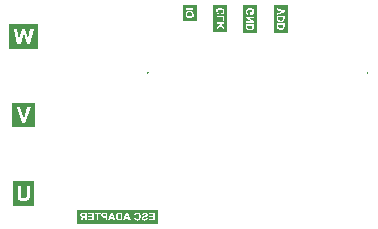
<source format=gbr>
%TF.GenerationSoftware,Altium Limited,Altium Designer,23.6.0 (18)*%
G04 Layer_Color=32896*
%FSLAX45Y45*%
%MOMM*%
%TF.SameCoordinates,E8FE7F88-156A-4670-BA50-05D3EA163389*%
%TF.FilePolarity,Positive*%
%TF.FileFunction,Legend,Bot*%
%TF.Part,Single*%
G01*
G75*
%TA.AperFunction,NonConductor*%
%ADD20C,0.20000*%
G36*
X940000Y1580000D02*
X691869D01*
Y1788135D01*
X940000D01*
Y1580000D01*
D02*
G37*
G36*
X915651Y1123135D02*
Y915000D01*
X716219D01*
Y1123135D01*
X915651D01*
D02*
G37*
G36*
X907040Y460542D02*
Y250000D01*
X724829D01*
Y460542D01*
X907040D01*
D02*
G37*
G36*
X1950000Y100000D02*
X1265506D01*
Y217183D01*
X1950000D01*
Y100000D01*
D02*
G37*
G36*
X2280000Y1814533D02*
X2162978D01*
Y1950000D01*
X2280000D01*
Y1814533D01*
D02*
G37*
G36*
X2790000Y1709272D02*
X2672978D01*
Y1950000D01*
X2790000D01*
Y1709272D01*
D02*
G37*
G36*
X2540000Y1719951D02*
X2423048D01*
Y1950000D01*
X2540000D01*
Y1719951D01*
D02*
G37*
G36*
X3050000Y1714889D02*
X2935197D01*
Y1950000D01*
X3050000D01*
Y1714889D01*
D02*
G37*
%LPC*%
G36*
X900000Y1748135D02*
X731869D01*
X762792Y1620000D01*
X790752D01*
X815935Y1715731D01*
X841488Y1620000D01*
X869633D01*
X900000Y1748135D01*
D02*
G37*
%LPD*%
G36*
X854264Y1659996D02*
X830933Y1748135D01*
X873521D01*
X854264Y1659996D01*
D02*
G37*
G36*
X777605Y1658514D02*
X757978Y1748135D01*
X799825D01*
X777605Y1658514D01*
D02*
G37*
%LPC*%
G36*
X875651Y1083135D02*
X788067D01*
X847691D01*
X815101Y988330D01*
X783808Y1083135D01*
X756219D01*
X801770Y955000D01*
X875651D01*
X829730D01*
X875651Y1083135D01*
D02*
G37*
G36*
X867040Y420542D02*
X764829D01*
Y290000D01*
Y347401D01*
X765014Y345179D01*
Y342772D01*
Y340365D01*
X765384Y334995D01*
X765755Y329440D01*
X765940Y327033D01*
X766310Y324626D01*
X766680Y322404D01*
X767051Y320367D01*
Y320182D01*
X767236Y319997D01*
Y319441D01*
X767421Y318886D01*
X767977Y317034D01*
X768717Y314812D01*
X769828Y312220D01*
X771124Y309628D01*
X772791Y306850D01*
X774828Y304258D01*
X775013Y303887D01*
X775754Y303147D01*
X777050Y302036D01*
X778716Y300554D01*
X780938Y298888D01*
X783531Y297221D01*
X786493Y295370D01*
X789826Y293888D01*
X790011D01*
X790197Y293703D01*
X790752Y293518D01*
X791493Y293333D01*
X792419Y292963D01*
X793530Y292592D01*
X795011Y292222D01*
X796492Y292037D01*
X800010Y291296D01*
X804269Y290555D01*
X809083Y290185D01*
X814453Y290000D01*
X817416D01*
X819082Y290185D01*
X820749D01*
X822786Y290370D01*
X824823Y290555D01*
X829267Y290926D01*
X833896Y291666D01*
X838525Y292777D01*
X840562Y293333D01*
X842413Y294074D01*
X842599D01*
X842784Y294259D01*
X843895Y294814D01*
X845746Y295740D01*
X847783Y297036D01*
X850190Y298703D01*
X852783Y300554D01*
X855190Y302776D01*
X857412Y305184D01*
X857597Y305554D01*
X858338Y306295D01*
X859263Y307776D01*
X860374Y309628D01*
X861485Y311664D01*
X862782Y314072D01*
X863707Y316664D01*
X864633Y319441D01*
Y319626D01*
X864818Y319997D01*
Y320552D01*
X865004Y321478D01*
X865189Y322589D01*
X865374Y324070D01*
X865559Y325737D01*
X865744Y327589D01*
X866115Y329811D01*
X866300Y332218D01*
X866485Y334810D01*
X866670Y337773D01*
X866855Y340921D01*
Y344439D01*
X867040Y348142D01*
Y313146D01*
Y348142D01*
Y420542D01*
D02*
G37*
%LPD*%
G36*
X841117Y350920D02*
Y350734D01*
Y350179D01*
Y349438D01*
Y348327D01*
Y346846D01*
Y345365D01*
X840932Y342032D01*
Y338328D01*
X840747Y334810D01*
X840562Y333144D01*
Y331662D01*
X840377Y330551D01*
X840191Y329440D01*
Y329070D01*
X839821Y328144D01*
X839266Y326663D01*
X838525Y324811D01*
X837599Y322774D01*
X836118Y320737D01*
X834451Y318515D01*
X832414Y316664D01*
X832044Y316479D01*
X831303Y315923D01*
X829822Y315183D01*
X827970Y314442D01*
X825378Y313516D01*
X822415Y312775D01*
X819082Y312220D01*
X815194Y312035D01*
X813342D01*
X811491Y312220D01*
X809083Y312590D01*
X806306Y313146D01*
X803714Y313886D01*
X800936Y314997D01*
X798714Y316479D01*
X798529Y316664D01*
X797788Y317219D01*
X796863Y318145D01*
X795752Y319441D01*
X794641Y321108D01*
X793530Y322959D01*
X792604Y324996D01*
X792048Y327403D01*
Y327774D01*
X791863Y328700D01*
X791678Y330366D01*
X791308Y332588D01*
Y334069D01*
X791122Y335736D01*
Y337588D01*
X790937Y339439D01*
Y341661D01*
X790752Y344068D01*
Y346661D01*
Y349438D01*
Y420542D01*
X841117D01*
Y350920D01*
D02*
G37*
%LPC*%
G36*
X1522324Y190582D02*
X1498748D01*
X1497731Y190489D01*
X1495327D01*
X1492738Y190304D01*
X1490149Y190119D01*
X1489040Y190027D01*
X1487930Y189934D01*
X1487006Y189749D01*
X1486266Y189565D01*
X1486174D01*
X1485989Y189472D01*
X1485711Y189380D01*
X1485341Y189287D01*
X1484324Y188825D01*
X1483030Y188270D01*
X1481643Y187438D01*
X1480071Y186329D01*
X1478592Y184942D01*
X1477113Y183278D01*
Y183185D01*
X1476928Y183093D01*
X1476743Y182815D01*
X1476558Y182445D01*
X1476188Y181891D01*
X1475911Y181336D01*
X1475541Y180689D01*
X1475171Y179949D01*
X1474524Y178100D01*
X1473877Y176066D01*
X1473507Y173570D01*
X1473322Y170888D01*
Y171258D01*
Y169871D01*
X1473415Y169409D01*
Y168762D01*
X1473600Y167468D01*
X1473877Y165896D01*
X1474247Y164139D01*
X1474801Y162475D01*
X1475541Y160903D01*
X1475634Y160718D01*
X1475911Y160256D01*
X1476373Y159516D01*
X1477020Y158592D01*
X1477760Y157667D01*
X1478777Y156558D01*
X1479794Y155541D01*
X1480996Y154616D01*
X1481181Y154524D01*
X1481551Y154246D01*
X1482198Y153877D01*
X1483030Y153414D01*
X1484047Y152859D01*
X1485157Y152397D01*
X1486358Y151935D01*
X1487653Y151565D01*
X1487838D01*
X1488115Y151473D01*
X1488485D01*
X1488947Y151380D01*
X1489594Y151288D01*
X1490242Y151195D01*
X1491074D01*
X1491906Y151103D01*
X1492923Y151010D01*
X1494032Y150918D01*
X1495234Y150825D01*
X1496529D01*
X1497915Y150733D01*
X1509380D01*
Y126602D01*
X1473322D01*
D01*
X1522324D01*
Y190582D01*
D02*
G37*
G36*
X1842684Y191783D02*
X1841574D01*
X1840742Y191691D01*
X1839725Y191599D01*
X1838523Y191506D01*
X1837321Y191321D01*
X1835935Y191136D01*
X1832976Y190489D01*
X1831497Y190027D01*
X1830017Y189565D01*
X1828538Y188917D01*
X1827151Y188178D01*
X1825857Y187346D01*
X1824655Y186421D01*
X1824563Y186329D01*
X1824378Y186144D01*
X1824100Y185866D01*
X1823730Y185496D01*
X1823268Y184942D01*
X1822713Y184295D01*
X1822159Y183555D01*
X1821511Y182723D01*
X1820957Y181706D01*
X1820402Y180689D01*
X1819847Y179487D01*
X1819385Y178192D01*
X1818923Y176898D01*
X1818553Y175419D01*
X1818276Y173939D01*
X1818183Y172275D01*
X1831127Y171813D01*
Y171905D01*
Y171998D01*
X1831312Y172645D01*
X1831497Y173477D01*
X1831867Y174494D01*
X1832329Y175696D01*
X1832976Y176806D01*
X1833808Y177915D01*
X1834733Y178840D01*
X1834825Y178932D01*
X1835195Y179209D01*
X1835842Y179579D01*
X1836767Y179949D01*
X1837876Y180319D01*
X1839263Y180689D01*
X1840927Y180966D01*
X1842869Y181059D01*
X1843793D01*
X1844810Y180966D01*
X1846012Y180781D01*
X1847399Y180504D01*
X1848878Y180042D01*
X1850265Y179487D01*
X1851560Y178655D01*
X1851652Y178562D01*
X1851837Y178377D01*
X1852207Y178100D01*
X1852577Y177638D01*
X1852947Y177083D01*
X1853316Y176343D01*
X1853501Y175604D01*
X1853594Y174679D01*
Y174587D01*
Y174309D01*
X1853501Y173847D01*
X1853316Y173385D01*
X1853131Y172738D01*
X1852854Y172090D01*
X1852392Y171443D01*
X1851745Y170796D01*
X1851652Y170703D01*
X1851190Y170426D01*
X1850912Y170241D01*
X1850450Y170056D01*
X1849988Y169779D01*
X1849341Y169502D01*
X1848601Y169224D01*
X1847769Y168854D01*
X1846752Y168485D01*
X1845735Y168115D01*
X1844441Y167745D01*
X1843054Y167375D01*
X1841574Y167005D01*
X1839910Y166543D01*
X1839818D01*
X1839448Y166451D01*
X1838986Y166358D01*
X1838338Y166173D01*
X1837599Y165988D01*
X1836674Y165711D01*
X1835657Y165434D01*
X1834640Y165156D01*
X1832421Y164416D01*
X1830110Y163677D01*
X1827891Y162845D01*
X1826966Y162382D01*
X1826042Y161920D01*
X1825949D01*
X1825857Y161828D01*
X1825302Y161458D01*
X1824470Y160903D01*
X1823453Y160164D01*
X1822344Y159239D01*
X1821142Y158129D01*
X1819940Y156835D01*
X1818923Y155356D01*
X1818830Y155171D01*
X1818553Y154616D01*
X1818091Y153784D01*
X1817628Y152582D01*
X1817166Y151103D01*
X1816704Y149346D01*
X1816426Y147405D01*
X1816334Y145186D01*
D01*
Y125400D01*
X1868387D01*
X1843239D01*
X1844071Y125493D01*
X1845088Y125585D01*
X1846197Y125677D01*
X1847492Y125862D01*
X1848878Y126140D01*
X1851929Y126787D01*
X1853501Y127249D01*
X1854981Y127711D01*
X1856552Y128359D01*
X1858032Y129098D01*
X1859418Y129930D01*
X1860713Y130947D01*
X1860805Y131040D01*
X1860990Y131225D01*
X1861360Y131502D01*
X1861730Y131964D01*
X1862285Y132612D01*
X1862839Y133351D01*
X1863486Y134183D01*
X1864134Y135108D01*
X1864781Y136217D01*
X1865428Y137419D01*
X1866075Y138806D01*
X1866722Y140285D01*
X1867185Y141857D01*
X1867739Y143614D01*
X1868109Y145463D01*
X1868387Y147405D01*
X1855813Y148607D01*
Y148514D01*
X1855720Y148329D01*
Y147959D01*
X1855628Y147589D01*
X1855258Y146480D01*
X1854796Y145093D01*
X1854241Y143521D01*
X1853409Y141950D01*
X1852484Y140563D01*
X1851282Y139268D01*
X1851097Y139176D01*
X1850635Y138806D01*
X1849895Y138344D01*
X1848786Y137789D01*
X1847399Y137234D01*
X1845827Y136772D01*
X1843978Y136402D01*
X1841852Y136310D01*
X1840835D01*
X1839725Y136495D01*
X1838338Y136680D01*
X1836859Y136957D01*
X1835287Y137419D01*
X1833808Y138067D01*
X1832514Y138899D01*
X1832329Y138991D01*
X1831959Y139361D01*
X1831497Y139916D01*
X1830850Y140655D01*
X1830295Y141580D01*
X1829740Y142689D01*
X1829370Y143799D01*
X1829278Y145093D01*
Y145186D01*
Y145463D01*
X1829370Y145925D01*
X1829463Y146480D01*
X1829648Y147035D01*
X1829833Y147682D01*
X1830202Y148329D01*
X1830665Y148976D01*
X1830757Y149069D01*
X1830942Y149254D01*
X1831219Y149531D01*
X1831682Y149901D01*
X1832329Y150363D01*
X1833161Y150825D01*
X1834085Y151288D01*
X1835287Y151750D01*
X1835380D01*
X1835750Y151935D01*
X1836397Y152120D01*
X1836859Y152305D01*
X1837414Y152397D01*
X1838061Y152582D01*
X1838801Y152859D01*
X1839633Y153044D01*
X1840557Y153322D01*
X1841667Y153599D01*
X1842869Y153877D01*
X1844163Y154246D01*
X1845642Y154616D01*
X1845735D01*
X1846105Y154709D01*
X1846660Y154894D01*
X1847307Y155078D01*
X1848139Y155356D01*
X1849156Y155633D01*
X1850173Y156003D01*
X1851375Y156373D01*
X1853779Y157297D01*
X1856090Y158407D01*
X1857292Y158962D01*
X1858309Y159609D01*
X1859326Y160256D01*
X1860158Y160903D01*
X1860251Y160996D01*
X1860435Y161181D01*
X1860713Y161458D01*
X1861083Y161828D01*
X1861545Y162382D01*
X1862007Y163030D01*
X1862562Y163677D01*
X1863024Y164509D01*
X1864134Y166451D01*
X1865058Y168669D01*
X1865428Y169871D01*
X1865705Y171073D01*
X1865890Y172460D01*
X1865983Y173847D01*
Y173939D01*
Y174032D01*
Y174309D01*
Y174679D01*
X1865798Y175604D01*
X1865613Y176806D01*
X1865336Y178192D01*
X1864873Y179764D01*
X1864226Y181428D01*
X1863302Y183000D01*
Y183093D01*
X1863209Y183185D01*
X1862747Y183740D01*
X1862192Y184479D01*
X1861268Y185404D01*
X1860158Y186421D01*
X1858771Y187530D01*
X1857199Y188548D01*
X1855350Y189472D01*
X1855258D01*
X1855073Y189565D01*
X1854796Y189657D01*
X1854426Y189842D01*
X1853871Y190027D01*
X1853316Y190212D01*
X1852577Y190397D01*
X1851745Y190674D01*
X1849895Y191044D01*
X1847769Y191414D01*
X1845365Y191691D01*
X1842684Y191783D01*
D02*
G37*
G36*
X1924600Y190582D02*
X1875968D01*
X1877170D01*
Y179764D01*
X1911656D01*
Y165618D01*
X1879574D01*
Y154801D01*
X1911656D01*
Y137419D01*
X1875968D01*
Y137512D01*
Y126602D01*
X1924600D01*
Y190582D01*
D02*
G37*
G36*
X1408048D02*
X1360618D01*
Y179764D01*
X1395104D01*
Y165618D01*
X1363022D01*
Y154801D01*
X1395104D01*
Y137419D01*
X1359416D01*
D01*
D01*
Y126602D01*
X1408048D01*
Y190582D01*
D02*
G37*
G36*
X1807643Y191783D02*
X1751985D01*
X1776670D01*
X1775838Y191691D01*
X1774821Y191599D01*
X1773712Y191414D01*
X1772417Y191229D01*
X1771030Y190951D01*
X1769551Y190582D01*
X1767979Y190119D01*
X1766408Y189565D01*
X1764743Y188825D01*
X1763172Y188085D01*
X1761692Y187161D01*
X1760121Y186051D01*
X1758734Y184849D01*
X1758641D01*
X1758549Y184664D01*
X1758272Y184387D01*
X1757994Y184110D01*
X1757624Y183647D01*
X1757255Y183093D01*
X1756238Y181798D01*
X1755221Y180134D01*
X1754111Y178100D01*
X1753094Y175789D01*
X1752169Y173107D01*
X1764928Y170056D01*
Y170149D01*
X1765021Y170241D01*
Y170519D01*
X1765206Y170888D01*
X1765483Y171721D01*
X1765945Y172830D01*
X1766593Y174124D01*
X1767425Y175419D01*
X1768534Y176713D01*
X1769736Y177823D01*
X1769921Y177915D01*
X1770383Y178285D01*
X1771123Y178747D01*
X1772140Y179302D01*
X1773434Y179857D01*
X1774914Y180319D01*
X1776578Y180689D01*
X1778427Y180781D01*
X1779074D01*
X1779629Y180689D01*
X1780184Y180596D01*
X1780923Y180504D01*
X1782495Y180134D01*
X1784344Y179487D01*
X1786286Y178562D01*
X1787303Y178008D01*
X1788227Y177360D01*
X1789152Y176528D01*
X1789984Y175604D01*
Y175511D01*
X1790169Y175326D01*
X1790354Y175049D01*
X1790631Y174587D01*
X1791001Y174032D01*
X1791371Y173385D01*
X1791741Y172553D01*
X1792110Y171628D01*
X1792573Y170519D01*
X1792943Y169317D01*
X1793312Y167930D01*
X1793682Y166451D01*
X1793960Y164786D01*
X1794144Y163030D01*
X1794237Y161088D01*
X1794329Y158962D01*
Y158869D01*
Y158407D01*
Y157760D01*
X1794237Y157020D01*
Y156003D01*
X1794052Y154801D01*
X1793960Y153599D01*
X1793775Y152212D01*
X1793220Y149346D01*
X1792480Y146480D01*
X1792018Y145093D01*
X1791371Y143799D01*
X1790724Y142597D01*
X1789984Y141580D01*
X1789892Y141487D01*
X1789799Y141395D01*
X1789522Y141118D01*
X1789152Y140748D01*
X1788227Y140008D01*
X1786933Y139084D01*
X1785361Y138067D01*
X1783420Y137327D01*
X1781201Y136680D01*
X1779999Y136587D01*
X1778704Y136495D01*
X1778242D01*
X1777872Y136587D01*
X1776855Y136680D01*
X1775653Y136865D01*
X1774359Y137327D01*
X1772880Y137882D01*
X1771400Y138621D01*
X1769921Y139731D01*
X1769736Y139916D01*
X1769274Y140378D01*
X1768627Y141118D01*
X1767887Y142227D01*
X1766962Y143706D01*
X1766130Y145463D01*
X1765298Y147589D01*
X1764559Y150086D01*
X1751985Y146203D01*
Y146110D01*
X1752077Y145740D01*
X1752262Y145186D01*
X1752539Y144446D01*
X1752909Y143614D01*
X1753279Y142597D01*
X1753741Y141487D01*
X1754296Y140285D01*
X1755590Y137789D01*
X1757255Y135200D01*
X1759289Y132704D01*
X1760398Y131595D01*
X1761600Y130578D01*
X1761692Y130485D01*
X1761877Y130393D01*
X1762247Y130115D01*
X1762802Y129745D01*
X1763449Y129376D01*
X1764281Y129006D01*
X1765206Y128544D01*
X1766223Y128081D01*
X1767425Y127527D01*
X1768719Y127064D01*
X1770106Y126694D01*
X1771585Y126325D01*
X1773157Y125955D01*
X1774914Y125677D01*
X1776670Y125585D01*
X1778612Y125493D01*
X1751985D01*
X1807643D01*
X1779167D01*
X1779814Y125585D01*
X1780738Y125677D01*
X1781755Y125770D01*
X1783050Y125955D01*
X1784437Y126232D01*
X1786008Y126602D01*
X1787580Y127064D01*
X1789244Y127619D01*
X1791001Y128359D01*
X1792758Y129191D01*
X1794514Y130115D01*
X1796271Y131317D01*
X1797935Y132612D01*
X1799507Y134183D01*
X1799599Y134276D01*
X1799877Y134553D01*
X1800247Y135108D01*
X1800801Y135755D01*
X1801356Y136680D01*
X1802096Y137697D01*
X1802835Y138991D01*
X1803575Y140470D01*
X1804315Y142042D01*
X1805054Y143799D01*
X1805794Y145833D01*
X1806349Y147959D01*
X1806903Y150178D01*
X1807273Y152675D01*
X1807551Y155263D01*
X1807643Y158037D01*
Y158777D01*
X1807551Y159609D01*
Y160718D01*
X1807366Y162013D01*
X1807181Y163584D01*
X1806996Y165249D01*
X1806626Y167190D01*
X1806164Y169132D01*
X1805609Y171166D01*
X1804962Y173200D01*
X1804130Y175326D01*
X1803205Y177360D01*
X1802096Y179302D01*
X1800894Y181151D01*
X1799414Y182908D01*
X1799322Y183000D01*
X1799045Y183278D01*
X1798582Y183740D01*
X1797935Y184295D01*
X1797103Y184942D01*
X1796086Y185681D01*
X1794977Y186513D01*
X1793590Y187346D01*
X1792110Y188178D01*
X1790539Y189010D01*
X1788690Y189749D01*
X1786840Y190397D01*
X1784714Y190951D01*
X1782587Y191414D01*
X1780184Y191691D01*
X1777780Y191783D01*
X1807643D01*
D02*
G37*
G36*
X1722491Y190582D02*
X1658327D01*
X1684029D01*
X1658327Y126602D01*
X1672287D01*
X1677835Y141118D01*
X1703538D01*
X1708808Y126602D01*
X1701897D01*
X1722491D01*
X1697713Y190582D01*
X1722491D01*
D02*
G37*
G36*
X1651392D02*
X1625875D01*
X1625135Y190489D01*
X1623378Y190397D01*
X1621437Y190304D01*
X1619403Y190027D01*
X1617461Y189749D01*
X1615704Y189287D01*
X1615612D01*
X1615427Y189195D01*
X1615150Y189102D01*
X1614780Y189010D01*
X1613670Y188548D01*
X1612376Y187900D01*
X1610897Y187068D01*
X1609232Y186051D01*
X1607661Y184849D01*
X1606089Y183370D01*
X1605997D01*
X1605904Y183185D01*
X1605442Y182630D01*
X1604702Y181706D01*
X1603870Y180504D01*
X1602853Y179025D01*
X1601836Y177268D01*
X1600819Y175234D01*
X1599987Y173015D01*
Y172922D01*
X1599894Y172738D01*
X1599802Y172368D01*
X1599617Y171905D01*
X1599525Y171351D01*
X1599340Y170611D01*
X1599155Y169779D01*
X1598877Y168854D01*
X1598693Y167837D01*
X1598508Y166635D01*
X1598323Y165434D01*
X1598230Y164047D01*
X1597953Y161181D01*
X1597860Y157945D01*
Y156650D01*
X1597953Y155911D01*
Y155171D01*
X1598045Y154246D01*
X1598138Y153229D01*
X1598323Y151103D01*
X1598693Y148884D01*
X1599247Y146572D01*
X1599894Y144354D01*
Y144261D01*
X1599987Y144076D01*
X1600172Y143706D01*
X1600357Y143152D01*
X1600542Y142597D01*
X1600911Y141950D01*
X1601651Y140285D01*
X1602576Y138529D01*
X1603778Y136587D01*
X1605164Y134738D01*
X1606736Y132981D01*
X1606921Y132797D01*
X1607383Y132427D01*
X1608123Y131872D01*
X1609140Y131132D01*
X1610434Y130300D01*
X1611914Y129468D01*
X1613763Y128636D01*
X1615797Y127896D01*
X1615889D01*
X1615982Y127804D01*
X1616259D01*
X1616537Y127711D01*
X1617554Y127527D01*
X1618848Y127249D01*
X1620420Y126972D01*
X1622361Y126787D01*
X1624673Y126694D01*
X1627169Y126602D01*
X1597860D01*
X1651392D01*
Y190582D01*
D02*
G37*
G36*
X1593423D02*
X1529258D01*
X1554961D01*
X1529258Y126602D01*
X1543219D01*
X1548766Y141118D01*
X1574469D01*
X1579739Y126602D01*
X1572828D01*
X1593423D01*
X1568644Y190582D01*
X1593423D01*
D02*
G37*
G36*
X1467220D02*
X1416462D01*
Y179764D01*
X1435323D01*
Y126602D01*
X1467220D01*
Y190582D01*
D02*
G37*
G36*
X1348414D02*
X1290906D01*
X1319568D01*
X1318736Y190489D01*
X1317719D01*
X1316702Y190397D01*
X1315500D01*
X1313096Y190119D01*
X1310600Y189842D01*
X1308288Y189380D01*
X1307271Y189102D01*
X1306347Y188825D01*
X1306254D01*
X1306162Y188732D01*
X1305607Y188455D01*
X1304775Y187993D01*
X1303665Y187438D01*
X1302463Y186513D01*
X1301262Y185496D01*
X1300060Y184202D01*
X1298950Y182630D01*
Y182538D01*
X1298858Y182445D01*
X1298673Y182168D01*
X1298488Y181891D01*
X1298026Y180966D01*
X1297471Y179764D01*
X1297009Y178285D01*
X1296546Y176621D01*
X1296176Y174679D01*
X1296084Y172645D01*
Y172553D01*
Y172368D01*
Y171905D01*
X1296176Y171443D01*
Y170796D01*
X1296269Y170149D01*
X1296639Y168485D01*
X1297101Y166543D01*
X1297841Y164601D01*
X1298950Y162567D01*
X1299597Y161643D01*
X1300337Y160718D01*
X1300429Y160626D01*
X1300522Y160533D01*
X1300799Y160256D01*
X1301169Y159979D01*
X1301539Y159609D01*
X1302094Y159146D01*
X1302741Y158684D01*
X1303481Y158222D01*
X1304313Y157667D01*
X1305330Y157205D01*
X1306347Y156743D01*
X1307456Y156280D01*
X1308750Y155818D01*
X1310045Y155448D01*
X1311432Y155078D01*
X1313003Y154801D01*
X1312911D01*
X1312819Y154709D01*
X1312264Y154339D01*
X1311524Y153877D01*
X1310600Y153229D01*
X1309490Y152397D01*
X1308381Y151565D01*
X1307179Y150548D01*
X1306162Y149439D01*
X1306069Y149346D01*
X1305607Y148884D01*
X1305052Y148144D01*
X1304220Y147035D01*
X1303111Y145648D01*
X1302556Y144723D01*
X1301909Y143799D01*
X1301169Y142782D01*
X1300429Y141672D01*
X1299597Y140378D01*
X1298765Y139084D01*
X1290906Y126602D01*
X1306439D01*
X1315685Y140470D01*
X1315777Y140563D01*
X1315870Y140840D01*
X1316147Y141210D01*
X1316517Y141672D01*
X1316887Y142227D01*
X1317349Y142967D01*
X1318366Y144446D01*
X1319568Y146110D01*
X1320677Y147589D01*
X1321694Y148976D01*
X1322157Y149439D01*
X1322526Y149901D01*
X1322619Y149993D01*
X1322804Y150178D01*
X1323174Y150548D01*
X1323636Y151010D01*
X1324283Y151380D01*
X1324930Y151842D01*
X1325670Y152212D01*
X1326410Y152582D01*
X1326502D01*
X1326779Y152675D01*
X1327242Y152859D01*
X1327981Y152952D01*
X1328906Y153137D01*
X1330015Y153229D01*
X1331310Y153322D01*
X1335470D01*
Y126602D01*
X1317144D01*
X1348414D01*
Y190582D01*
D02*
G37*
%LPD*%
G36*
X1509380Y161550D02*
X1500504D01*
X1499857Y161643D01*
X1498193D01*
X1496529Y161735D01*
X1494864Y161920D01*
X1493385Y162198D01*
X1492738Y162290D01*
X1492183Y162475D01*
X1492091Y162567D01*
X1491721Y162660D01*
X1491259Y162937D01*
X1490704Y163215D01*
X1490057Y163677D01*
X1489410Y164232D01*
X1488670Y164879D01*
X1488115Y165618D01*
X1488023Y165711D01*
X1487838Y165988D01*
X1487653Y166451D01*
X1487375Y167098D01*
X1487098Y167837D01*
X1486821Y168669D01*
X1486728Y169594D01*
X1486636Y170611D01*
Y170796D01*
Y171166D01*
X1486728Y171813D01*
X1486913Y172645D01*
X1487191Y173570D01*
X1487560Y174587D01*
X1488023Y175511D01*
X1488762Y176436D01*
X1488855Y176528D01*
X1489132Y176806D01*
X1489594Y177175D01*
X1490149Y177638D01*
X1490889Y178192D01*
X1491813Y178655D01*
X1492830Y179025D01*
X1493940Y179302D01*
X1494032D01*
X1494402Y179394D01*
X1495049Y179487D01*
X1495974Y179579D01*
X1497176D01*
X1498008Y179672D01*
X1498840D01*
X1499765Y179764D01*
X1509380D01*
Y161550D01*
D02*
G37*
G36*
X1816426Y143799D02*
X1816519Y143152D01*
X1816704Y141857D01*
X1817074Y140193D01*
X1817628Y138436D01*
X1818460Y136680D01*
X1819477Y134831D01*
Y134738D01*
X1819662Y134646D01*
X1820032Y134091D01*
X1820772Y133166D01*
X1821696Y132149D01*
X1822898Y130947D01*
X1824470Y129838D01*
X1826134Y128728D01*
X1828168Y127711D01*
X1828261D01*
X1828446Y127619D01*
X1828723Y127527D01*
X1829185Y127342D01*
X1829740Y127157D01*
X1830387Y126972D01*
X1831127Y126787D01*
X1831959Y126602D01*
X1832976Y126325D01*
X1833993Y126140D01*
X1836397Y125770D01*
X1839078Y125493D01*
X1842037Y125400D01*
X1816334D01*
Y144261D01*
X1816426Y143799D01*
D02*
G37*
G36*
X1699654Y151935D02*
X1681995D01*
X1690964Y175696D01*
X1699654Y151935D01*
D02*
G37*
G36*
X1638449Y137419D02*
X1627077D01*
X1625875Y137512D01*
X1624580D01*
X1623286Y137697D01*
X1622084Y137789D01*
X1621067Y137974D01*
X1620882D01*
X1620512Y138159D01*
X1619957Y138344D01*
X1619218Y138621D01*
X1618386Y138991D01*
X1617554Y139453D01*
X1616721Y140008D01*
X1615889Y140655D01*
X1615797Y140748D01*
X1615520Y141025D01*
X1615150Y141487D01*
X1614687Y142135D01*
X1614225Y142967D01*
X1613578Y143984D01*
X1613116Y145278D01*
X1612561Y146757D01*
Y146850D01*
X1612468Y146942D01*
Y147220D01*
X1612376Y147589D01*
X1612191Y147959D01*
X1612099Y148514D01*
X1611821Y149901D01*
X1611636Y151565D01*
X1611359Y153507D01*
X1611267Y155911D01*
X1611174Y158499D01*
Y158592D01*
Y158869D01*
Y159239D01*
Y159701D01*
Y160348D01*
X1611267Y161088D01*
X1611359Y162660D01*
X1611544Y164509D01*
X1611729Y166451D01*
X1612099Y168207D01*
X1612561Y169871D01*
Y169964D01*
X1612653Y170056D01*
X1612838Y170519D01*
X1613116Y171258D01*
X1613485Y172183D01*
X1614040Y173107D01*
X1614687Y174124D01*
X1615427Y175141D01*
X1616259Y176066D01*
X1616352Y176158D01*
X1616629Y176436D01*
X1617184Y176806D01*
X1617831Y177268D01*
X1618755Y177823D01*
X1619772Y178285D01*
X1620882Y178747D01*
X1622176Y179117D01*
X1622269D01*
X1622731Y179209D01*
X1623471Y179302D01*
X1624488Y179487D01*
X1625135D01*
X1625967Y179579D01*
X1626799D01*
X1627724Y179672D01*
X1628833D01*
X1630035Y179764D01*
X1638449D01*
Y137419D01*
D02*
G37*
G36*
X1570586Y151935D02*
X1552927D01*
X1561895Y175696D01*
X1570586Y151935D01*
D02*
G37*
G36*
X1467220Y126602D02*
X1448267D01*
Y179764D01*
X1467220D01*
Y126602D01*
D02*
G37*
G36*
X1335470Y163492D02*
X1322896D01*
X1321047Y163584D01*
X1319106Y163677D01*
X1317164Y163769D01*
X1316332Y163862D01*
X1315592Y163954D01*
X1314853Y164139D01*
X1314390Y164232D01*
X1314298D01*
X1314020Y164416D01*
X1313558Y164601D01*
X1313096Y164879D01*
X1311894Y165711D01*
X1311339Y166266D01*
X1310785Y166913D01*
X1310692Y167005D01*
X1310600Y167283D01*
X1310322Y167652D01*
X1310045Y168207D01*
X1309860Y168947D01*
X1309583Y169779D01*
X1309490Y170703D01*
X1309398Y171721D01*
Y171905D01*
Y172275D01*
X1309490Y172830D01*
X1309583Y173570D01*
X1309860Y174402D01*
X1310137Y175234D01*
X1310600Y176158D01*
X1311154Y176898D01*
X1311247Y176991D01*
X1311432Y177268D01*
X1311894Y177545D01*
X1312449Y178008D01*
X1313096Y178470D01*
X1313928Y178840D01*
X1314945Y179209D01*
X1316055Y179487D01*
X1316147D01*
X1316424Y179579D01*
X1316979D01*
X1317811Y179672D01*
X1319845D01*
X1320677Y179764D01*
X1335470D01*
Y163492D01*
D02*
G37*
%LPC*%
G36*
X2253421Y1924600D02*
X2189419D01*
Y1911702D01*
X2253421D01*
Y1924600D01*
D02*
G37*
G36*
X2254600Y1901994D02*
X2188378D01*
X2220969D01*
X2220276Y1901925D01*
X2219444D01*
X2218473Y1901856D01*
X2217433Y1901717D01*
X2216185Y1901648D01*
X2214936Y1901440D01*
X2213619Y1901301D01*
X2210845Y1900746D01*
X2208141Y1900053D01*
X2206754Y1899567D01*
X2205506Y1899082D01*
X2205437D01*
X2205298Y1899013D01*
X2205020Y1898874D01*
X2204674Y1898666D01*
X2204258Y1898458D01*
X2203772Y1898181D01*
X2202524Y1897557D01*
X2201207Y1896724D01*
X2199681Y1895684D01*
X2198225Y1894505D01*
X2196699Y1893188D01*
X2196630Y1893119D01*
X2196561Y1892980D01*
X2196353Y1892772D01*
X2196075Y1892495D01*
X2195729Y1892148D01*
X2195382Y1891732D01*
X2194550Y1890692D01*
X2193579Y1889513D01*
X2192608Y1888057D01*
X2191707Y1886531D01*
X2190944Y1884867D01*
Y1884798D01*
X2190805Y1884590D01*
X2190736Y1884243D01*
X2190528Y1883827D01*
X2190320Y1883272D01*
X2190112Y1882579D01*
X2189904Y1881816D01*
X2189627Y1880914D01*
X2189419Y1879944D01*
X2189211Y1878904D01*
X2189002Y1877725D01*
X2188794Y1876546D01*
X2188517Y1873911D01*
X2188378Y1871068D01*
Y1871553D01*
Y1870444D01*
X2188448Y1869681D01*
X2188517Y1868710D01*
X2188656Y1867531D01*
X2188864Y1866145D01*
X2189141Y1864619D01*
X2189488Y1862955D01*
X2189973Y1861152D01*
X2190528Y1859349D01*
X2191221Y1857477D01*
X2192123Y1855535D01*
X2193094Y1853663D01*
X2194272Y1851860D01*
X2195659Y1850127D01*
X2197185Y1848462D01*
X2197254Y1848393D01*
X2197601Y1848116D01*
X2198086Y1847700D01*
X2198780Y1847145D01*
X2199681Y1846451D01*
X2200791Y1845758D01*
X2202039Y1844995D01*
X2203564Y1844163D01*
X2205159Y1843400D01*
X2207031Y1842638D01*
X2209042Y1841875D01*
X2211192Y1841251D01*
X2213550Y1840696D01*
X2216046Y1840280D01*
X2218750Y1840003D01*
X2221593Y1839933D01*
X2188378D01*
X2222633D01*
X2223049Y1840003D01*
X2224159Y1840072D01*
X2225476Y1840211D01*
X2226933Y1840349D01*
X2228666Y1840627D01*
X2230469Y1840973D01*
X2232341Y1841459D01*
X2234352Y1842014D01*
X2236363Y1842707D01*
X2238374Y1843470D01*
X2240385Y1844441D01*
X2242326Y1845619D01*
X2244129Y1846868D01*
X2245863Y1848393D01*
X2245932Y1848462D01*
X2246210Y1848809D01*
X2246695Y1849225D01*
X2247250Y1849919D01*
X2247874Y1850751D01*
X2248637Y1851791D01*
X2249399Y1852970D01*
X2250231Y1854356D01*
X2251064Y1855882D01*
X2251826Y1857546D01*
X2252589Y1859418D01*
X2253213Y1861429D01*
X2253768Y1863579D01*
X2254253Y1865867D01*
X2254531Y1868364D01*
X2254600Y1870929D01*
Y1841251D01*
Y1871553D01*
D01*
X2254531Y1872316D01*
X2254461Y1873287D01*
X2254323Y1874466D01*
X2254115Y1875922D01*
X2253907Y1877447D01*
X2253491Y1879112D01*
X2253074Y1880914D01*
X2252450Y1882717D01*
X2251757Y1884659D01*
X2250925Y1886531D01*
X2249954Y1888403D01*
X2248775Y1890206D01*
X2247458Y1891940D01*
X2245932Y1893604D01*
X2245794Y1893673D01*
X2245516Y1893951D01*
X2245031Y1894367D01*
X2244337Y1894922D01*
X2243436Y1895546D01*
X2242326Y1896239D01*
X2241078Y1897002D01*
X2239622Y1897765D01*
X2238027Y1898597D01*
X2236224Y1899359D01*
X2234283Y1900053D01*
X2232133Y1900677D01*
X2229845Y1901232D01*
X2227349Y1901648D01*
X2224714Y1901925D01*
X2221940Y1901994D01*
X2254600D01*
D02*
G37*
%LPD*%
G36*
X2222495Y1888611D02*
X2223257D01*
X2224159Y1888542D01*
X2225199Y1888403D01*
X2226378Y1888265D01*
X2227626Y1888057D01*
X2228943Y1887779D01*
X2230261Y1887433D01*
X2231648Y1887086D01*
X2233035Y1886600D01*
X2234352Y1885976D01*
X2235600Y1885352D01*
X2236848Y1884590D01*
X2237958Y1883688D01*
X2238027Y1883619D01*
X2238166Y1883480D01*
X2238443Y1883203D01*
X2238859Y1882787D01*
X2239275Y1882301D01*
X2239761Y1881677D01*
X2240246Y1880984D01*
X2240732Y1880221D01*
X2241286Y1879320D01*
X2241772Y1878349D01*
X2242257Y1877309D01*
X2242673Y1876199D01*
X2243020Y1875020D01*
X2243297Y1873703D01*
X2243505Y1872316D01*
X2243575Y1870929D01*
Y1870582D01*
X2243505Y1870166D01*
Y1869612D01*
X2243436Y1868988D01*
X2243297Y1868225D01*
X2243089Y1867393D01*
X2242881Y1866422D01*
X2242604Y1865451D01*
X2242188Y1864480D01*
X2241772Y1863371D01*
X2241217Y1862331D01*
X2240593Y1861291D01*
X2239830Y1860251D01*
X2238998Y1859210D01*
X2238027Y1858240D01*
X2237958Y1858170D01*
X2237750Y1858032D01*
X2237473Y1857754D01*
X2236987Y1857477D01*
X2236432Y1857061D01*
X2235670Y1856645D01*
X2234838Y1856229D01*
X2233867Y1855743D01*
X2232757Y1855258D01*
X2231509Y1854842D01*
X2230122Y1854426D01*
X2228666Y1854010D01*
X2227002Y1853732D01*
X2225268Y1853455D01*
X2223327Y1853316D01*
X2221316Y1853247D01*
X2221177D01*
X2220830D01*
X2220276D01*
X2219513Y1853316D01*
X2218612Y1853386D01*
X2217571Y1853524D01*
X2216393Y1853663D01*
X2215144Y1853871D01*
X2213827Y1854079D01*
X2212440Y1854426D01*
X2211053Y1854842D01*
X2209736Y1855258D01*
X2208418Y1855882D01*
X2207170Y1856506D01*
X2205922Y1857269D01*
X2204882Y1858101D01*
X2204812Y1858170D01*
X2204674Y1858309D01*
X2204396Y1858586D01*
X2204050Y1859002D01*
X2203634Y1859488D01*
X2203148Y1860043D01*
X2202663Y1860736D01*
X2202108Y1861499D01*
X2201623Y1862400D01*
X2201137Y1863371D01*
X2200652Y1864411D01*
X2200236Y1865590D01*
X2199889Y1866769D01*
X2199612Y1868086D01*
X2199473Y1869473D01*
X2199404Y1870929D01*
Y1871692D01*
X2199473Y1872247D01*
X2199542Y1872940D01*
X2199681Y1873703D01*
X2199889Y1874604D01*
X2200097Y1875506D01*
X2200375Y1876546D01*
X2200721Y1877586D01*
X2201207Y1878626D01*
X2201761Y1879736D01*
X2202385Y1880776D01*
X2203148Y1881885D01*
X2203980Y1882856D01*
X2204951Y1883827D01*
X2205020Y1883896D01*
X2205229Y1884035D01*
X2205506Y1884243D01*
X2205991Y1884590D01*
X2206546Y1884936D01*
X2207239Y1885352D01*
X2208072Y1885768D01*
X2209042Y1886254D01*
X2210152Y1886670D01*
X2211400Y1887155D01*
X2212717Y1887571D01*
X2214243Y1887918D01*
X2215838Y1888265D01*
X2217571Y1888473D01*
X2219444Y1888611D01*
X2221455Y1888681D01*
X2221593D01*
X2221940D01*
X2222495Y1888611D01*
D02*
G37*
%LPC*%
G36*
X2764600Y1924600D02*
D01*
Y1893119D01*
X2764531Y1893812D01*
X2764461Y1894714D01*
X2764392Y1895754D01*
X2764253Y1896863D01*
X2764045Y1898111D01*
X2763837Y1899429D01*
X2763560Y1900816D01*
X2763213Y1902272D01*
X2762866Y1903797D01*
X2762381Y1905323D01*
X2761826Y1906779D01*
X2761202Y1908235D01*
X2760439Y1909691D01*
X2760370Y1909761D01*
X2760231Y1910038D01*
X2760023Y1910385D01*
X2759677Y1910940D01*
X2759191Y1911494D01*
X2758706Y1912257D01*
X2758082Y1913020D01*
X2757319Y1913852D01*
X2756556Y1914753D01*
X2755655Y1915655D01*
X2754615Y1916626D01*
X2753575Y1917527D01*
X2752396Y1918428D01*
X2751148Y1919330D01*
X2749830Y1920093D01*
X2748374Y1920855D01*
X2748305Y1920925D01*
X2748027Y1920994D01*
X2747611Y1921202D01*
X2746987Y1921410D01*
X2746294Y1921688D01*
X2745392Y1922034D01*
X2744421Y1922381D01*
X2743312Y1922728D01*
X2742064Y1923074D01*
X2740746Y1923421D01*
X2739360Y1923698D01*
X2737903Y1924045D01*
X2736308Y1924253D01*
X2734714Y1924461D01*
X2733049Y1924531D01*
X2731316Y1924600D01*
X2730345D01*
X2729652Y1924531D01*
X2728750Y1924461D01*
X2727710Y1924392D01*
X2726601Y1924253D01*
X2725352Y1924045D01*
X2724035Y1923837D01*
X2722579Y1923560D01*
X2721123Y1923213D01*
X2719597Y1922866D01*
X2718072Y1922381D01*
X2716546Y1921826D01*
X2715020Y1921202D01*
X2713564Y1920439D01*
X2713495Y1920370D01*
X2713218Y1920231D01*
X2712802Y1920023D01*
X2712247Y1919677D01*
X2711623Y1919191D01*
X2710860Y1918706D01*
X2710028Y1918082D01*
X2709126Y1917319D01*
X2708156Y1916556D01*
X2707185Y1915585D01*
X2706214Y1914615D01*
X2705174Y1913505D01*
X2704203Y1912326D01*
X2703302Y1911009D01*
X2702400Y1909622D01*
X2701568Y1908166D01*
X2701499Y1908097D01*
X2701429Y1907888D01*
X2701291Y1907542D01*
X2701083Y1907056D01*
X2700805Y1906432D01*
X2700528Y1905739D01*
X2700251Y1904907D01*
X2699973Y1903936D01*
X2699696Y1902896D01*
X2699419Y1901717D01*
X2699141Y1900469D01*
X2698864Y1899082D01*
X2698656Y1897626D01*
X2698517Y1896100D01*
X2698378Y1894505D01*
Y1891662D01*
X2698448Y1890900D01*
X2698517Y1889860D01*
X2698656Y1888681D01*
X2698794Y1887433D01*
X2699002Y1886046D01*
X2699280Y1884590D01*
X2699627Y1883064D01*
X2699973Y1881539D01*
X2700459Y1879944D01*
X2701083Y1878418D01*
X2701707Y1876962D01*
X2702470Y1875575D01*
X2703371Y1874258D01*
X2703440Y1874188D01*
X2703579Y1873980D01*
X2703856Y1873634D01*
X2704272Y1873148D01*
X2704827Y1872663D01*
X2705382Y1872039D01*
X2706145Y1871345D01*
X2706977Y1870652D01*
X2707878Y1869889D01*
X2708918Y1869196D01*
X2710097Y1868433D01*
X2711276Y1867739D01*
X2712594Y1867115D01*
X2714050Y1866491D01*
X2715575Y1866006D01*
X2717170Y1865590D01*
X2719597Y1878418D01*
X2719528D01*
X2719389Y1878487D01*
X2719112Y1878557D01*
X2718834Y1878696D01*
X2718418Y1878834D01*
X2717933Y1879042D01*
X2716893Y1879597D01*
X2715714Y1880290D01*
X2714466Y1881192D01*
X2713287Y1882232D01*
X2712177Y1883549D01*
Y1883619D01*
X2712039Y1883688D01*
X2711900Y1883896D01*
X2711761Y1884243D01*
X2711553Y1884590D01*
X2711276Y1885006D01*
X2711068Y1885560D01*
X2710791Y1886115D01*
X2710305Y1887433D01*
X2709820Y1889027D01*
X2709542Y1890830D01*
X2709404Y1892841D01*
Y1893673D01*
X2709473Y1894228D01*
X2709542Y1894922D01*
X2709681Y1895754D01*
X2709889Y1896724D01*
X2710097Y1897695D01*
X2710375Y1898735D01*
X2710721Y1899845D01*
X2711137Y1900954D01*
X2711692Y1902064D01*
X2712316Y1903173D01*
X2713010Y1904283D01*
X2713842Y1905323D01*
X2714812Y1906294D01*
X2714882Y1906363D01*
X2715090Y1906502D01*
X2715367Y1906779D01*
X2715853Y1907056D01*
X2716407Y1907472D01*
X2717101Y1907888D01*
X2717863Y1908305D01*
X2718834Y1908790D01*
X2719874Y1909275D01*
X2721053Y1909691D01*
X2722371Y1910107D01*
X2723827Y1910523D01*
X2725352Y1910801D01*
X2727017Y1911078D01*
X2728820Y1911217D01*
X2730761Y1911286D01*
X2730900D01*
X2731247D01*
X2731871Y1911217D01*
X2732633D01*
X2733604Y1911148D01*
X2734644Y1911009D01*
X2735892Y1910870D01*
X2737210Y1910662D01*
X2738527Y1910385D01*
X2739984Y1910038D01*
X2741370Y1909622D01*
X2742827Y1909137D01*
X2744213Y1908582D01*
X2745531Y1907888D01*
X2746779Y1907126D01*
X2747889Y1906224D01*
X2747958Y1906155D01*
X2748097Y1906016D01*
X2748443Y1905670D01*
X2748790Y1905323D01*
X2749206Y1904768D01*
X2749691Y1904213D01*
X2750177Y1903451D01*
X2750732Y1902688D01*
X2751286Y1901786D01*
X2751772Y1900746D01*
X2752257Y1899706D01*
X2752673Y1898527D01*
X2753020Y1897210D01*
X2753297Y1895892D01*
X2753505Y1894505D01*
X2753575Y1892980D01*
Y1892287D01*
X2753505Y1891940D01*
Y1891454D01*
X2753367Y1890414D01*
X2753159Y1889166D01*
X2752881Y1887849D01*
X2752535Y1886392D01*
X2751980Y1884867D01*
Y1884798D01*
X2751910Y1884659D01*
X2751841Y1884451D01*
X2751702Y1884174D01*
X2751356Y1883411D01*
X2750870Y1882440D01*
X2750316Y1881331D01*
X2749691Y1880152D01*
X2748998Y1878973D01*
X2748166Y1877794D01*
X2739984D01*
Y1892564D01*
X2729166D01*
Y1864758D01*
X2698378D01*
X2764600D01*
Y1924600D01*
D02*
G37*
G36*
X2763421Y1852692D02*
X2699419D01*
Y1801934D01*
X2763421D01*
Y1814832D01*
X2721400Y1840765D01*
X2763421D01*
Y1852692D01*
D02*
G37*
G36*
Y1788274D02*
X2699419D01*
Y1763380D01*
X2699488Y1762686D01*
Y1761091D01*
X2699557Y1760190D01*
X2699696Y1758248D01*
X2699973Y1756238D01*
X2700251Y1754296D01*
X2700459Y1753395D01*
X2700667Y1752562D01*
Y1752493D01*
X2700736Y1752285D01*
X2700875Y1752008D01*
X2701013Y1751592D01*
X2701152Y1751106D01*
X2701429Y1750551D01*
X2702054Y1749234D01*
X2702816Y1747708D01*
X2703856Y1746114D01*
X2705105Y1744519D01*
X2706561Y1742924D01*
X2706630Y1742855D01*
X2706769Y1742716D01*
X2706977Y1742508D01*
X2707324Y1742230D01*
X2707740Y1741953D01*
X2708225Y1741537D01*
X2708780Y1741121D01*
X2709473Y1740636D01*
X2710167Y1740150D01*
X2710929Y1739665D01*
X2712732Y1738625D01*
X2714743Y1737654D01*
X2716962Y1736822D01*
X2717031D01*
X2717239Y1736752D01*
X2717586Y1736614D01*
X2718072Y1736475D01*
X2718626Y1736336D01*
X2719389Y1736128D01*
X2720221Y1735920D01*
X2721123Y1735712D01*
X2722163Y1735574D01*
X2723342Y1735366D01*
X2724590Y1735158D01*
X2725907Y1735019D01*
X2727363Y1734880D01*
X2728820Y1734742D01*
X2730414Y1734672D01*
X2699419D01*
X2763421D01*
Y1788274D01*
D02*
G37*
%LPD*%
G36*
X2764600Y1864758D02*
X2754753D01*
X2754823Y1864827D01*
X2754892Y1864966D01*
X2755100Y1865174D01*
X2755378Y1865521D01*
X2755724Y1865937D01*
X2756140Y1866422D01*
X2756556Y1867046D01*
X2757042Y1867739D01*
X2757596Y1868572D01*
X2758151Y1869404D01*
X2758706Y1870374D01*
X2759261Y1871484D01*
X2759885Y1872593D01*
X2760439Y1873842D01*
X2761064Y1875159D01*
X2761618Y1876546D01*
Y1876615D01*
X2761757Y1876893D01*
X2761896Y1877309D01*
X2762104Y1877863D01*
X2762312Y1878557D01*
X2762589Y1879389D01*
X2762797Y1880360D01*
X2763074Y1881400D01*
X2763352Y1882509D01*
X2763629Y1883757D01*
X2763907Y1885006D01*
X2764115Y1886392D01*
X2764461Y1889235D01*
X2764531Y1890692D01*
X2764600Y1892148D01*
Y1864758D01*
D02*
G37*
G36*
X2742411Y1813861D02*
X2699419D01*
Y1840211D01*
X2742411Y1813861D01*
D02*
G37*
G36*
X2752604Y1763865D02*
X2752535Y1762756D01*
X2752465Y1761438D01*
X2752396Y1760121D01*
X2752257Y1758942D01*
X2752118Y1758387D01*
X2752049Y1757902D01*
Y1757832D01*
X2751980Y1757763D01*
X2751910Y1757347D01*
X2751702Y1756792D01*
X2751425Y1756099D01*
X2751009Y1755267D01*
X2750524Y1754365D01*
X2749969Y1753533D01*
X2749345Y1752701D01*
X2749275Y1752632D01*
X2748998Y1752354D01*
X2748513Y1751938D01*
X2747889Y1751522D01*
X2746987Y1750968D01*
X2745947Y1750413D01*
X2744699Y1749858D01*
X2743173Y1749303D01*
X2743104D01*
X2742965Y1749234D01*
X2742757Y1749165D01*
X2742411Y1749095D01*
X2741925Y1749026D01*
X2741440Y1748887D01*
X2740816Y1748749D01*
X2740122Y1748610D01*
X2739290Y1748541D01*
X2738389Y1748402D01*
X2737487Y1748263D01*
X2736447Y1748194D01*
X2735268Y1748125D01*
X2734090Y1748055D01*
X2732772Y1747986D01*
X2731455D01*
X2731385D01*
X2731108D01*
X2730761D01*
X2730206D01*
X2729582Y1748055D01*
X2728889D01*
X2728126Y1748125D01*
X2727225D01*
X2725422Y1748333D01*
X2723550Y1748541D01*
X2721677Y1748887D01*
X2720845Y1749095D01*
X2720082Y1749303D01*
X2720013D01*
X2719874Y1749373D01*
X2719666Y1749442D01*
X2719458Y1749511D01*
X2718696Y1749858D01*
X2717794Y1750274D01*
X2716823Y1750760D01*
X2715783Y1751384D01*
X2714812Y1752146D01*
X2713911Y1752978D01*
X2713842Y1753117D01*
X2713564Y1753395D01*
X2713148Y1753949D01*
X2712663Y1754643D01*
X2712177Y1755475D01*
X2711692Y1756515D01*
X2711207Y1757694D01*
X2710860Y1759011D01*
Y1759150D01*
X2710791Y1759289D01*
Y1759566D01*
X2710721Y1759843D01*
X2710652Y1760259D01*
X2710583Y1760745D01*
X2710513Y1761369D01*
Y1761993D01*
X2710444Y1762756D01*
X2710375Y1763657D01*
X2710305Y1764628D01*
Y1765737D01*
X2710236Y1766916D01*
Y1775376D01*
X2752604D01*
Y1763865D01*
D02*
G37*
G36*
X2763421Y1734672D02*
X2733396D01*
X2734090Y1734742D01*
X2734852D01*
X2735754Y1734811D01*
X2736725Y1734950D01*
X2738874Y1735158D01*
X2741162Y1735504D01*
X2743451Y1735990D01*
X2745670Y1736683D01*
X2745739D01*
X2745947Y1736822D01*
X2746363Y1736960D01*
X2746848Y1737099D01*
X2747403Y1737377D01*
X2748097Y1737654D01*
X2748859Y1738001D01*
X2749691Y1738417D01*
X2751494Y1739387D01*
X2753367Y1740566D01*
X2755239Y1741953D01*
X2756972Y1743548D01*
X2757042Y1743617D01*
X2757111Y1743687D01*
X2757319Y1743895D01*
X2757527Y1744172D01*
X2757804Y1744519D01*
X2758151Y1744865D01*
X2758498Y1745351D01*
X2758845Y1745906D01*
X2759677Y1747223D01*
X2760509Y1748749D01*
X2761341Y1750551D01*
X2762104Y1752562D01*
Y1752632D01*
X2762173Y1752770D01*
X2762242Y1752978D01*
X2762312Y1753325D01*
X2762381Y1753741D01*
X2762520Y1754296D01*
X2762658Y1754920D01*
X2762728Y1755613D01*
X2762866Y1756376D01*
X2763005Y1757208D01*
X2763144Y1758179D01*
X2763213Y1759219D01*
X2763283Y1760259D01*
X2763352Y1761438D01*
X2763421Y1762686D01*
Y1734672D01*
D02*
G37*
%LPC*%
G36*
X2482158Y1924600D02*
X2481037D01*
X2480623Y1924531D01*
X2479513Y1924461D01*
X2478196Y1924323D01*
X2476601Y1924184D01*
X2474867Y1923907D01*
X2473064Y1923560D01*
X2471053Y1923144D01*
X2469043Y1922589D01*
X2466962Y1921965D01*
X2464882Y1921133D01*
X2462871Y1920232D01*
X2460930Y1919122D01*
X2459057Y1917874D01*
X2457324Y1916418D01*
X2457254Y1916348D01*
X2456908Y1916002D01*
X2456492Y1915586D01*
X2455937Y1914892D01*
X2455244Y1914060D01*
X2454481Y1913089D01*
X2453718Y1911911D01*
X2452886Y1910593D01*
X2452054Y1909137D01*
X2451222Y1907473D01*
X2450528Y1905739D01*
X2449835Y1903798D01*
X2449280Y1901717D01*
X2448795Y1899498D01*
X2448517Y1897141D01*
X2448448Y1894714D01*
Y1924600D01*
X2448448D01*
Y1868849D01*
X2514600D01*
Y1868849D01*
X2494006D01*
X2494352Y1868988D01*
X2494838Y1869127D01*
X2495601Y1869404D01*
X2496433Y1869751D01*
X2497473Y1870097D01*
X2498582Y1870583D01*
X2499761Y1871137D01*
X2501009Y1871762D01*
X2502327Y1872455D01*
X2503644Y1873287D01*
X2504892Y1874119D01*
X2506210Y1875090D01*
X2507389Y1876130D01*
X2508498Y1877240D01*
X2509538Y1878488D01*
X2509608Y1878557D01*
X2509746Y1878765D01*
X2510024Y1879181D01*
X2510301Y1879667D01*
X2510717Y1880360D01*
X2511133Y1881123D01*
X2511619Y1882024D01*
X2512035Y1883134D01*
X2512520Y1884243D01*
X2513005Y1885561D01*
X2513421Y1886947D01*
X2513837Y1888473D01*
X2514115Y1890068D01*
X2514392Y1891801D01*
X2514531Y1893604D01*
X2514600Y1895470D01*
Y1896034D01*
X2514531Y1896725D01*
X2514462Y1897626D01*
X2514323Y1898666D01*
X2514115Y1899914D01*
X2513907Y1901371D01*
X2513491Y1902896D01*
X2513075Y1904491D01*
X2512451Y1906225D01*
X2511757Y1907958D01*
X2510925Y1909692D01*
X2509954Y1911425D01*
X2508776Y1913159D01*
X2507458Y1914823D01*
X2505933Y1916418D01*
X2505863Y1916487D01*
X2505516Y1916765D01*
X2505031Y1917181D01*
X2504338Y1917666D01*
X2503436Y1918290D01*
X2502396Y1918983D01*
X2501148Y1919746D01*
X2499692Y1920509D01*
X2498097Y1921272D01*
X2496294Y1922035D01*
X2494352Y1922728D01*
X2492203Y1923352D01*
X2489915Y1923837D01*
X2487488Y1924253D01*
X2484922Y1924531D01*
X2482158Y1924600D01*
D02*
G37*
G36*
X2513491Y1857408D02*
X2450043D01*
Y1812405D01*
X2513491D01*
Y1857408D01*
D02*
G37*
G36*
Y1803043D02*
X2449488D01*
Y1745351D01*
X2513491D01*
Y1745351D01*
X2449488D01*
Y1746599D01*
X2474382Y1770800D01*
X2513491Y1745351D01*
Y1762063D01*
X2483466Y1779745D01*
X2494214Y1790146D01*
X2513491D01*
Y1803043D01*
D02*
G37*
%LPD*%
G36*
X2483119Y1911217D02*
X2484159Y1911148D01*
X2485269Y1911078D01*
X2486517Y1910940D01*
X2487904Y1910732D01*
X2490747Y1910246D01*
X2492133Y1909900D01*
X2493590Y1909484D01*
X2494976Y1908998D01*
X2496225Y1908374D01*
X2497403Y1907750D01*
X2498444Y1906987D01*
X2498513Y1906918D01*
X2498652Y1906779D01*
X2498929Y1906502D01*
X2499276Y1906225D01*
X2499622Y1905739D01*
X2500038Y1905254D01*
X2500524Y1904630D01*
X2501009Y1903936D01*
X2501495Y1903173D01*
X2501980Y1902272D01*
X2502396Y1901371D01*
X2502743Y1900330D01*
X2503089Y1899290D01*
X2503367Y1898112D01*
X2503506Y1896863D01*
X2503575Y1895615D01*
Y1895130D01*
X2503506Y1894783D01*
Y1894298D01*
X2503367Y1893812D01*
X2503159Y1892564D01*
X2502743Y1891177D01*
X2502188Y1889721D01*
X2501356Y1888265D01*
X2500871Y1887502D01*
X2500316Y1886809D01*
X2500246Y1886739D01*
X2500177Y1886670D01*
X2499969Y1886462D01*
X2499692Y1886185D01*
X2499345Y1885907D01*
X2498929Y1885561D01*
X2498374Y1885145D01*
X2497819Y1884729D01*
X2497126Y1884312D01*
X2496363Y1883827D01*
X2495531Y1883411D01*
X2494560Y1882926D01*
X2493590Y1882510D01*
X2492480Y1882094D01*
X2491232Y1881747D01*
X2489984Y1881400D01*
X2493867Y1868849D01*
X2448448D01*
Y1894159D01*
X2448517Y1893604D01*
X2448587Y1892772D01*
X2448656Y1891801D01*
X2448795Y1890623D01*
X2449003Y1889305D01*
X2449349Y1887918D01*
X2449696Y1886462D01*
X2450182Y1884937D01*
X2450736Y1883342D01*
X2451430Y1881747D01*
X2452192Y1880152D01*
X2453163Y1878557D01*
X2454203Y1877101D01*
X2455452Y1875645D01*
X2455521Y1875575D01*
X2455660Y1875437D01*
X2455868Y1875229D01*
X2456214Y1874951D01*
X2456630Y1874535D01*
X2457116Y1874119D01*
X2457740Y1873703D01*
X2458433Y1873148D01*
X2459265Y1872663D01*
X2460097Y1872108D01*
X2461068Y1871554D01*
X2462108Y1870999D01*
X2463287Y1870513D01*
X2464466Y1869959D01*
X2465783Y1869473D01*
X2467170Y1869057D01*
X2470221Y1881816D01*
X2470152D01*
X2470013Y1881885D01*
X2469736Y1881955D01*
X2469389Y1882024D01*
X2468973Y1882163D01*
X2468488Y1882371D01*
X2467378Y1882856D01*
X2466130Y1883480D01*
X2464813Y1884312D01*
X2463565Y1885353D01*
X2462386Y1886601D01*
X2462316Y1886670D01*
X2462247Y1886739D01*
X2462108Y1886947D01*
X2461900Y1887225D01*
X2461692Y1887572D01*
X2461484Y1887988D01*
X2460930Y1889028D01*
X2460375Y1890345D01*
X2459959Y1891801D01*
X2459612Y1893466D01*
X2459473Y1895338D01*
Y1896031D01*
X2459543Y1896517D01*
X2459612Y1897141D01*
X2459751Y1897834D01*
X2459889Y1898597D01*
X2460097Y1899429D01*
X2460375Y1900330D01*
X2460722Y1901301D01*
X2461138Y1902272D01*
X2461623Y1903243D01*
X2462247Y1904214D01*
X2462940Y1905115D01*
X2463703Y1906086D01*
X2464605Y1906918D01*
X2464674Y1906987D01*
X2464813Y1907126D01*
X2465159Y1907334D01*
X2465575Y1907611D01*
X2466130Y1907958D01*
X2466824Y1908305D01*
X2467656Y1908721D01*
X2468627Y1909068D01*
X2469667Y1909484D01*
X2470915Y1909900D01*
X2472232Y1910246D01*
X2473758Y1910593D01*
X2475422Y1910870D01*
X2477156Y1911078D01*
X2479097Y1911217D01*
X2481177Y1911286D01*
X2481316D01*
X2481732D01*
X2482356D01*
X2483119Y1911217D01*
D02*
G37*
G36*
X2502673Y1812405D02*
X2450043D01*
Y1844510D01*
X2502673D01*
Y1812405D01*
D02*
G37*
G36*
X2449488Y1764004D02*
Y1790146D01*
X2477918D01*
X2449488Y1764004D01*
D02*
G37*
%LPC*%
G36*
X3024600Y1924600D02*
Y1901786D01*
X2960597Y1924600D01*
Y1865035D01*
X3024600Y1887918D01*
Y1924600D01*
D02*
G37*
G36*
Y1858448D02*
X2960597D01*
Y1833554D01*
X2960667Y1832860D01*
Y1831266D01*
X2960736Y1830364D01*
X2960875Y1828423D01*
X2961152Y1826412D01*
X2961429Y1824470D01*
X2961637Y1823569D01*
X2961845Y1822737D01*
Y1822667D01*
X2961915Y1822459D01*
X2962054Y1822182D01*
X2962192Y1821766D01*
X2962331Y1821280D01*
X2962608Y1820726D01*
X2963232Y1819408D01*
X2963995Y1817883D01*
X2965035Y1816288D01*
X2966283Y1814693D01*
X2967740Y1813098D01*
X2967809Y1813029D01*
X2967948Y1812890D01*
X2968156Y1812682D01*
X2968502Y1812405D01*
X2968918Y1812127D01*
X2969404Y1811711D01*
X2969958Y1811295D01*
X2970652Y1810810D01*
X2971345Y1810324D01*
X2972108Y1809839D01*
X2973911Y1808799D01*
X2975922Y1807828D01*
X2978141Y1806996D01*
X2978210D01*
X2978418Y1806927D01*
X2978765Y1806788D01*
X2979250Y1806649D01*
X2979805Y1806510D01*
X2980568Y1806302D01*
X2981400Y1806094D01*
X2982301Y1805886D01*
X2983342Y1805748D01*
X2984520Y1805540D01*
X2985768Y1805332D01*
X2987086Y1805193D01*
X2988542Y1805054D01*
X2989998Y1804916D01*
X2991593Y1804846D01*
X2960597D01*
X3024600D01*
Y1858448D01*
D02*
G37*
G36*
Y1793890D02*
X2960597D01*
Y1768996D01*
X2960667Y1768303D01*
Y1766708D01*
X2960736Y1765807D01*
X2960875Y1763865D01*
X2961152Y1761854D01*
X2961429Y1759913D01*
X2961637Y1759011D01*
X2961845Y1758179D01*
Y1758110D01*
X2961915Y1757902D01*
X2962054Y1757624D01*
X2962192Y1757208D01*
X2962331Y1756723D01*
X2962608Y1756168D01*
X2963232Y1754851D01*
X2963995Y1753325D01*
X2965035Y1751730D01*
X2966283Y1750135D01*
X2967740Y1748541D01*
X2967809Y1748471D01*
X2967948Y1748333D01*
X2968156Y1748125D01*
X2968502Y1747847D01*
X2968918Y1747570D01*
X2969404Y1747154D01*
X2969958Y1746738D01*
X2970652Y1746252D01*
X2971345Y1745767D01*
X2972108Y1745281D01*
X2973911Y1744241D01*
X2975922Y1743271D01*
X2978141Y1742438D01*
X2978210D01*
X2978418Y1742369D01*
X2978765Y1742230D01*
X2979250Y1742092D01*
X2979805Y1741953D01*
X2980568Y1741745D01*
X2981400Y1741537D01*
X2982301Y1741329D01*
X2983342Y1741190D01*
X2984520Y1740982D01*
X2985768Y1740774D01*
X2987086Y1740636D01*
X2988542Y1740497D01*
X2989998Y1740358D01*
X2991593Y1740289D01*
X2960597D01*
X3024600D01*
Y1793890D01*
D02*
G37*
%LPD*%
G36*
X3007958Y1894436D02*
X2960597Y1878765D01*
Y1910662D01*
X3007958Y1894436D01*
D02*
G37*
G36*
X3013783Y1834039D02*
X3013713Y1832930D01*
X3013644Y1831612D01*
X3013575Y1830295D01*
X3013436Y1829116D01*
X3013297Y1828561D01*
X3013228Y1828076D01*
Y1828007D01*
X3013159Y1827937D01*
X3013089Y1827521D01*
X3012881Y1826966D01*
X3012604Y1826273D01*
X3012188Y1825441D01*
X3011702Y1824539D01*
X3011148Y1823707D01*
X3010524Y1822875D01*
X3010454Y1822806D01*
X3010177Y1822528D01*
X3009691Y1822112D01*
X3009067Y1821696D01*
X3008166Y1821142D01*
X3007126Y1820587D01*
X3005878Y1820032D01*
X3004352Y1819477D01*
X3004283D01*
X3004144Y1819408D01*
X3003936Y1819339D01*
X3003589Y1819269D01*
X3003104Y1819200D01*
X3002619Y1819061D01*
X3001995Y1818923D01*
X3001301Y1818784D01*
X3000469Y1818715D01*
X2999568Y1818576D01*
X2998666Y1818437D01*
X2997626Y1818368D01*
X2996447Y1818299D01*
X2995268Y1818229D01*
X2993951Y1818160D01*
X2992633D01*
X2992564D01*
X2992287D01*
X2991940D01*
X2991385D01*
X2990761Y1818229D01*
X2990068D01*
X2989305Y1818299D01*
X2988403D01*
X2986601Y1818507D01*
X2984728Y1818715D01*
X2982856Y1819061D01*
X2982024Y1819269D01*
X2981261Y1819477D01*
X2981192D01*
X2981053Y1819547D01*
X2980845Y1819616D01*
X2980637Y1819685D01*
X2979874Y1820032D01*
X2978973Y1820448D01*
X2978002Y1820934D01*
X2976962Y1821558D01*
X2975991Y1822320D01*
X2975090Y1823153D01*
X2975020Y1823291D01*
X2974743Y1823569D01*
X2974327Y1824123D01*
X2973842Y1824817D01*
X2973356Y1825649D01*
X2972871Y1826689D01*
X2972385Y1827868D01*
X2972039Y1829185D01*
Y1829324D01*
X2971969Y1829463D01*
Y1829740D01*
X2971900Y1830017D01*
X2971831Y1830433D01*
X2971761Y1830919D01*
X2971692Y1831543D01*
Y1832167D01*
X2971623Y1832930D01*
X2971553Y1833831D01*
X2971484Y1834802D01*
Y1835911D01*
X2971415Y1837090D01*
Y1845550D01*
X3013783D01*
Y1834039D01*
D02*
G37*
G36*
X3024600Y1804846D02*
X2994575D01*
X2995268Y1804916D01*
X2996031D01*
X2996933Y1804985D01*
X2997903Y1805124D01*
X3000053Y1805332D01*
X3002341Y1805678D01*
X3004630Y1806164D01*
X3006848Y1806857D01*
X3006918D01*
X3007126Y1806996D01*
X3007542Y1807135D01*
X3008027Y1807273D01*
X3008582Y1807551D01*
X3009275Y1807828D01*
X3010038Y1808175D01*
X3010870Y1808591D01*
X3012673Y1809562D01*
X3014545Y1810740D01*
X3016418Y1812127D01*
X3018151Y1813722D01*
X3018221Y1813791D01*
X3018290Y1813861D01*
X3018498Y1814069D01*
X3018706Y1814346D01*
X3018983Y1814693D01*
X3019330Y1815040D01*
X3019677Y1815525D01*
X3020023Y1816080D01*
X3020856Y1817397D01*
X3021688Y1818923D01*
X3022520Y1820726D01*
X3023282Y1822737D01*
Y1822806D01*
X3023352Y1822945D01*
X3023421Y1823153D01*
X3023491Y1823499D01*
X3023560Y1823915D01*
X3023699Y1824470D01*
X3023837Y1825094D01*
X3023907Y1825788D01*
X3024045Y1826550D01*
X3024184Y1827382D01*
X3024323Y1828353D01*
X3024392Y1829393D01*
X3024461Y1830433D01*
X3024531Y1831612D01*
X3024600Y1832860D01*
Y1804846D01*
D02*
G37*
G36*
X3013783Y1769482D02*
X3013713Y1768372D01*
X3013644Y1767055D01*
X3013575Y1765737D01*
X3013436Y1764559D01*
X3013297Y1764004D01*
X3013228Y1763518D01*
Y1763449D01*
X3013159Y1763380D01*
X3013089Y1762964D01*
X3012881Y1762409D01*
X3012604Y1761716D01*
X3012188Y1760883D01*
X3011702Y1759982D01*
X3011148Y1759150D01*
X3010524Y1758318D01*
X3010454Y1758248D01*
X3010177Y1757971D01*
X3009691Y1757555D01*
X3009067Y1757139D01*
X3008166Y1756584D01*
X3007126Y1756030D01*
X3005878Y1755475D01*
X3004352Y1754920D01*
X3004283D01*
X3004144Y1754851D01*
X3003936Y1754781D01*
X3003589Y1754712D01*
X3003104Y1754643D01*
X3002619Y1754504D01*
X3001995Y1754365D01*
X3001301Y1754227D01*
X3000469Y1754157D01*
X2999568Y1754019D01*
X2998666Y1753880D01*
X2997626Y1753811D01*
X2996447Y1753741D01*
X2995268Y1753672D01*
X2993951Y1753603D01*
X2992633D01*
X2992564D01*
X2992287D01*
X2991940D01*
X2991385D01*
X2990761Y1753672D01*
X2990068D01*
X2989305Y1753741D01*
X2988403D01*
X2986601Y1753949D01*
X2984728Y1754157D01*
X2982856Y1754504D01*
X2982024Y1754712D01*
X2981261Y1754920D01*
X2981192D01*
X2981053Y1754989D01*
X2980845Y1755059D01*
X2980637Y1755128D01*
X2979874Y1755475D01*
X2978973Y1755891D01*
X2978002Y1756376D01*
X2976962Y1757000D01*
X2975991Y1757763D01*
X2975090Y1758595D01*
X2975020Y1758734D01*
X2974743Y1759011D01*
X2974327Y1759566D01*
X2973842Y1760259D01*
X2973356Y1761091D01*
X2972871Y1762132D01*
X2972385Y1763310D01*
X2972039Y1764628D01*
Y1764767D01*
X2971969Y1764905D01*
Y1765183D01*
X2971900Y1765460D01*
X2971831Y1765876D01*
X2971761Y1766361D01*
X2971692Y1766986D01*
Y1767610D01*
X2971623Y1768372D01*
X2971553Y1769274D01*
X2971484Y1770245D01*
Y1771354D01*
X2971415Y1772533D01*
Y1780993D01*
X3013783D01*
Y1769482D01*
D02*
G37*
G36*
X3024600Y1740289D02*
X2994575D01*
X2995268Y1740358D01*
X2996031D01*
X2996933Y1740428D01*
X2997903Y1740566D01*
X3000053Y1740774D01*
X3002341Y1741121D01*
X3004630Y1741606D01*
X3006848Y1742300D01*
X3006918D01*
X3007126Y1742438D01*
X3007542Y1742577D01*
X3008027Y1742716D01*
X3008582Y1742993D01*
X3009275Y1743271D01*
X3010038Y1743617D01*
X3010870Y1744033D01*
X3012673Y1745004D01*
X3014545Y1746183D01*
X3016418Y1747570D01*
X3018151Y1749165D01*
X3018221Y1749234D01*
X3018290Y1749303D01*
X3018498Y1749511D01*
X3018706Y1749789D01*
X3018983Y1750135D01*
X3019330Y1750482D01*
X3019677Y1750968D01*
X3020023Y1751522D01*
X3020856Y1752840D01*
X3021688Y1754365D01*
X3022520Y1756168D01*
X3023282Y1758179D01*
Y1758248D01*
X3023352Y1758387D01*
X3023421Y1758595D01*
X3023491Y1758942D01*
X3023560Y1759358D01*
X3023699Y1759913D01*
X3023837Y1760537D01*
X3023907Y1761230D01*
X3024045Y1761993D01*
X3024184Y1762825D01*
X3024323Y1763796D01*
X3024392Y1764836D01*
X3024461Y1765876D01*
X3024531Y1767055D01*
X3024600Y1768303D01*
Y1740289D01*
D02*
G37*
D20*
X3728500Y1375000D02*
G03*
X3728500Y1375000I-5000J0D01*
G01*
X1868500D02*
G03*
X1868500Y1375000I-5000J0D01*
G01*
%TF.MD5,0689d025f9018794c0cc4499334851ae*%
M02*

</source>
